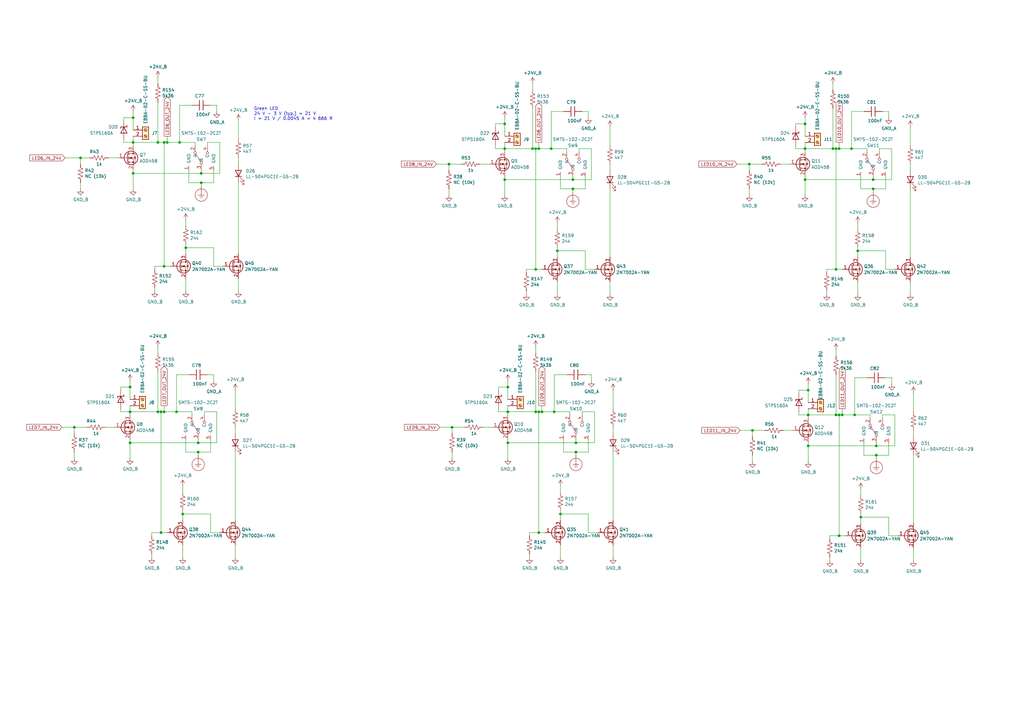
<source format=kicad_sch>
(kicad_sch (version 20230121) (generator eeschema)
  (paper "A3")
  (title_block (title "Outputs - switches 7-12") (date "2023-07-15") (rev "v2.0") (company "Roman Labovsky(roman-labovsky.cz)"))
  (junction (at 207.01 60.96))
  (junction (at 81.28 181.61))
  (junction (at 64.77 168.91))
  (junction (at 236.22 185.42))
  (junction (at 344.17 60.96))
  (junction (at 331.47 170.18))
  (junction (at 208.28 168.91))
  (junction (at 342.9 170.18))
  (junction (at 184.15 67.31))
  (junction (at 342.9 110.49))
  (junction (at 207.01 50.8))
  (junction (at 307.34 67.31))
  (junction (at 330.2 60.96))
  (junction (at 73.66 58.42))
  (junction (at 308.61 176.53))
  (junction (at 54.61 58.42))
  (junction (at 67.31 168.91))
  (junction (at 228.6 102.87))
  (junction (at 359.41 182.88))
  (junction (at 185.42 175.26))
  (junction (at 74.93 210.82))
  (junction (at 236.22 181.61))
  (junction (at 76.2 101.6))
  (junction (at 222.25 168.91))
  (junction (at 358.14 77.47))
  (junction (at 54.61 48.26))
  (junction (at 331.47 182.88))
  (junction (at 351.79 102.87))
  (junction (at 64.77 58.42))
  (junction (at 350.52 170.18))
  (junction (at 219.71 60.96))
  (junction (at 226.06 60.96))
  (junction (at 82.55 71.12))
  (junction (at 341.63 60.96))
  (junction (at 81.28 185.42))
  (junction (at 219.71 168.91))
  (junction (at 218.44 60.96))
  (junction (at 68.58 58.42))
  (junction (at 66.04 218.44))
  (junction (at 330.2 73.66))
  (junction (at 207.01 73.66))
  (junction (at 66.04 168.91))
  (junction (at 220.98 168.91))
  (junction (at 72.39 168.91))
  (junction (at 53.34 181.61))
  (junction (at 30.48 175.26))
  (junction (at 208.28 181.61))
  (junction (at 82.55 74.93))
  (junction (at 220.98 60.96))
  (junction (at 53.34 158.75))
  (junction (at 67.31 109.22))
  (junction (at 33.02 64.77))
  (junction (at 53.34 168.91))
  (junction (at 344.17 219.71))
  (junction (at 219.71 110.49))
  (junction (at 234.95 73.66))
  (junction (at 342.9 60.96))
  (junction (at 208.28 158.75))
  (junction (at 358.14 73.66))
  (junction (at 234.95 77.47))
  (junction (at 227.33 168.91))
  (junction (at 330.2 50.8))
  (junction (at 345.44 170.18))
  (junction (at 220.98 218.44))
  (junction (at 229.87 210.82))
  (junction (at 54.61 71.12))
  (junction (at 359.41 186.69))
  (junction (at 349.25 60.96))
  (junction (at 331.47 160.02))
  (junction (at 344.17 170.18))
  (junction (at 353.06 212.09))
  (junction (at 67.31 58.42))
  (wire (pts (xy 87.63 153.67) (xy 87.63 156.21)))
  (wire (pts (xy 226.06 60.96) (xy 232.41 60.96)))
  (wire (pts (xy 373.38 69.85) (xy 373.38 67.31)))
  (wire (pts (xy 30.48 187.96) (xy 30.48 185.42)))
  (wire (pts (xy 229.87 210.82) (xy 241.3 210.82)))
  (wire (pts (xy 207.01 60.96) (xy 207.01 62.23)))
  (wire (pts (xy 208.28 168.91) (xy 208.28 170.18)))
  (wire (pts (xy 251.46 228.6) (xy 251.46 223.52)))
  (wire (pts (xy 342.9 153.67) (xy 342.9 170.18)))
  (wire (pts (xy 74.93 210.82) (xy 86.36 210.82)))
  (wire (pts (xy 185.42 175.26) (xy 190.5 175.26)))
  (wire (pts (xy 363.22 110.49) (xy 367.03 110.49)))
  (wire (pts (xy 69.85 109.22) (xy 67.31 109.22)))
  (wire (pts (xy 364.49 45.72) (xy 364.49 48.26)))
  (wire (pts (xy 50.8 49.53) (xy 50.8 48.26)))
  (wire (pts (xy 227.33 153.67) (xy 232.41 153.67)))
  (wire (pts (xy 374.65 229.87) (xy 374.65 224.79)))
  (wire (pts (xy 82.55 71.12) (xy 90.17 71.12)))
  (wire (pts (xy 345.44 167.64) (xy 345.44 170.18)))
  (wire (pts (xy 77.47 74.93) (xy 82.55 74.93)))
  (wire (pts (xy 72.39 168.91) (xy 78.74 168.91)))
  (wire (pts (xy 97.79 57.15) (xy 97.79 49.53)))
  (wire (pts (xy 353.06 214.63) (xy 353.06 212.09)))
  (wire (pts (xy 63.5 109.22) (xy 63.5 110.49)))
  (wire (pts (xy 208.28 181.61) (xy 208.28 187.96)))
  (wire (pts (xy 208.28 180.34) (xy 208.28 181.61)))
  (wire (pts (xy 240.03 110.49) (xy 243.84 110.49)))
  (wire (pts (xy 330.2 60.96) (xy 341.63 60.96)))
  (wire (pts (xy 26.67 64.77) (xy 33.02 64.77)))
  (wire (pts (xy 303.53 176.53) (xy 308.61 176.53)))
  (wire (pts (xy 54.61 45.72) (xy 54.61 48.26)))
  (wire (pts (xy 364.49 181.61) (xy 364.49 186.69)))
  (wire (pts (xy 302.26 67.31) (xy 307.34 67.31)))
  (wire (pts (xy 236.22 181.61) (xy 243.84 181.61)))
  (wire (pts (xy 367.03 170.18) (xy 361.95 170.18)))
  (wire (pts (xy 359.41 181.61) (xy 359.41 182.88)))
  (wire (pts (xy 203.2 50.8) (xy 207.01 50.8)))
  (wire (pts (xy 350.52 154.94) (xy 355.6 154.94)))
  (wire (pts (xy 66.04 218.44) (xy 68.58 218.44)))
  (wire (pts (xy 360.68 60.96) (xy 360.68 62.23)))
  (wire (pts (xy 196.85 67.31) (xy 200.66 67.31)))
  (wire (pts (xy 363.22 154.94) (xy 365.76 154.94)))
  (wire (pts (xy 238.76 168.91) (xy 238.76 170.18)))
  (wire (pts (xy 207.01 72.39) (xy 207.01 73.66)))
  (wire (pts (xy 184.15 80.01) (xy 184.15 77.47)))
  (wire (pts (xy 307.34 80.01) (xy 307.34 77.47)))
  (wire (pts (xy 307.34 67.31) (xy 312.42 67.31)))
  (wire (pts (xy 64.77 152.4) (xy 64.77 168.91)))
  (wire (pts (xy 72.39 153.67) (xy 77.47 153.67)))
  (wire (pts (xy 237.49 60.96) (xy 237.49 62.23)))
  (wire (pts (xy 219.71 60.96) (xy 220.98 60.96)))
  (wire (pts (xy 67.31 58.42) (xy 67.31 109.22)))
  (wire (pts (xy 331.47 157.48) (xy 331.47 160.02)))
  (wire (pts (xy 240.03 102.87) (xy 240.03 110.49)))
  (wire (pts (xy 218.44 44.45) (xy 218.44 60.96)))
  (wire (pts (xy 215.9 110.49) (xy 215.9 111.76)))
  (wire (pts (xy 330.2 48.26) (xy 330.2 50.8)))
  (wire (pts (xy 219.71 142.24) (xy 219.71 144.78)))
  (wire (pts (xy 350.52 170.18) (xy 350.52 154.94)))
  (wire (pts (xy 365.76 154.94) (xy 365.76 157.48)))
  (wire (pts (xy 77.47 69.85) (xy 77.47 74.93)))
  (wire (pts (xy 330.2 50.8) (xy 330.2 55.88)))
  (wire (pts (xy 345.44 170.18) (xy 350.52 170.18)))
  (wire (pts (xy 215.9 120.65) (xy 215.9 119.38)))
  (wire (pts (xy 241.3 210.82) (xy 241.3 218.44)))
  (wire (pts (xy 220.98 218.44) (xy 223.52 218.44)))
  (wire (pts (xy 54.61 71.12) (xy 82.55 71.12)))
  (wire (pts (xy 207.01 48.26) (xy 207.01 50.8)))
  (wire (pts (xy 340.36 229.87) (xy 340.36 228.6)))
  (wire (pts (xy 330.2 72.39) (xy 330.2 73.66)))
  (wire (pts (xy 226.06 60.96) (xy 226.06 45.72)))
  (wire (pts (xy 250.19 69.85) (xy 250.19 67.31)))
  (wire (pts (xy 49.53 160.02) (xy 49.53 158.75)))
  (wire (pts (xy 76.2 185.42) (xy 81.28 185.42)))
  (wire (pts (xy 208.28 181.61) (xy 236.22 181.61)))
  (wire (pts (xy 236.22 180.34) (xy 236.22 181.61)))
  (wire (pts (xy 66.04 168.91) (xy 67.31 168.91)))
  (wire (pts (xy 64.77 142.24) (xy 64.77 144.78)))
  (wire (pts (xy 250.19 59.69) (xy 250.19 52.07)))
  (wire (pts (xy 179.07 67.31) (xy 184.15 67.31)))
  (wire (pts (xy 63.5 119.38) (xy 63.5 118.11)))
  (wire (pts (xy 219.71 168.91) (xy 220.98 168.91)))
  (wire (pts (xy 88.9 168.91) (xy 88.9 181.61)))
  (wire (pts (xy 97.79 74.93) (xy 97.79 104.14)))
  (wire (pts (xy 374.65 186.69) (xy 374.65 214.63)))
  (wire (pts (xy 251.46 177.8) (xy 251.46 175.26)))
  (wire (pts (xy 341.63 60.96) (xy 342.9 60.96)))
  (wire (pts (xy 82.55 69.85) (xy 82.55 71.12)))
  (wire (pts (xy 218.44 34.29) (xy 218.44 36.83)))
  (wire (pts (xy 208.28 168.91) (xy 219.71 168.91)))
  (wire (pts (xy 76.2 104.14) (xy 76.2 101.6)))
  (wire (pts (xy 97.79 67.31) (xy 97.79 64.77)))
  (wire (pts (xy 219.71 110.49) (xy 222.25 110.49)))
  (wire (pts (xy 351.79 105.41) (xy 351.79 102.87)))
  (wire (pts (xy 358.14 77.47) (xy 363.22 77.47)))
  (wire (pts (xy 73.66 43.18) (xy 78.74 43.18)))
  (wire (pts (xy 62.23 228.6) (xy 62.23 227.33)))
  (wire (pts (xy 326.39 50.8) (xy 330.2 50.8)))
  (wire (pts (xy 83.82 168.91) (xy 83.82 170.18)))
  (wire (pts (xy 364.49 219.71) (xy 368.3 219.71)))
  (wire (pts (xy 232.41 62.23) (xy 232.41 60.96)))
  (wire (pts (xy 207.01 50.8) (xy 207.01 55.88)))
  (wire (pts (xy 219.71 152.4) (xy 219.71 168.91)))
  (wire (pts (xy 342.9 110.49) (xy 345.44 110.49)))
  (wire (pts (xy 96.52 177.8) (xy 96.52 175.26)))
  (wire (pts (xy 53.34 158.75) (xy 53.34 163.83)))
  (wire (pts (xy 363.22 77.47) (xy 363.22 72.39)))
  (wire (pts (xy 326.39 52.07) (xy 326.39 50.8)))
  (wire (pts (xy 229.87 77.47) (xy 234.95 77.47)))
  (wire (pts (xy 361.95 45.72) (xy 364.49 45.72)))
  (wire (pts (xy 222.25 168.91) (xy 227.33 168.91)))
  (wire (pts (xy 330.2 73.66) (xy 330.2 80.01)))
  (wire (pts (xy 44.45 64.77) (xy 48.26 64.77)))
  (wire (pts (xy 331.47 182.88) (xy 359.41 182.88)))
  (wire (pts (xy 330.2 60.96) (xy 330.2 62.23)))
  (wire (pts (xy 320.04 67.31) (xy 323.85 67.31)))
  (wire (pts (xy 231.14 185.42) (xy 236.22 185.42)))
  (wire (pts (xy 53.34 156.21) (xy 53.34 158.75)))
  (wire (pts (xy 229.87 213.36) (xy 229.87 210.82)))
  (wire (pts (xy 363.22 102.87) (xy 363.22 110.49)))
  (wire (pts (xy 364.49 212.09) (xy 364.49 219.71)))
  (wire (pts (xy 222.25 166.37) (xy 222.25 168.91)))
  (wire (pts (xy 33.02 64.77) (xy 36.83 64.77)))
  (wire (pts (xy 327.66 161.29) (xy 327.66 160.02)))
  (wire (pts (xy 240.03 153.67) (xy 242.57 153.67)))
  (wire (pts (xy 87.63 69.85) (xy 87.63 74.93)))
  (wire (pts (xy 96.52 228.6) (xy 96.52 223.52)))
  (wire (pts (xy 53.34 166.37) (xy 53.34 168.91)))
  (wire (pts (xy 53.34 168.91) (xy 49.53 168.91)))
  (wire (pts (xy 30.48 175.26) (xy 30.48 177.8)))
  (wire (pts (xy 53.34 180.34) (xy 53.34 181.61)))
  (wire (pts (xy 76.2 101.6) (xy 87.63 101.6)))
  (wire (pts (xy 208.28 168.91) (xy 204.47 168.91)))
  (wire (pts (xy 361.95 170.18) (xy 361.95 171.45)))
  (wire (pts (xy 358.14 73.66) (xy 365.76 73.66)))
  (wire (pts (xy 82.55 74.93) (xy 87.63 74.93)))
  (wire (pts (xy 33.02 77.47) (xy 33.02 74.93)))
  (wire (pts (xy 54.61 69.85) (xy 54.61 71.12)))
  (wire (pts (xy 228.6 93.98) (xy 228.6 91.44)))
  (wire (pts (xy 341.63 44.45) (xy 341.63 60.96)))
  (wire (pts (xy 353.06 203.2) (xy 353.06 200.66)))
  (wire (pts (xy 234.95 78.74) (xy 234.95 77.47)))
  (wire (pts (xy 64.77 41.91) (xy 64.77 58.42)))
  (wire (pts (xy 374.65 168.91) (xy 374.65 161.29)))
  (wire (pts (xy 208.28 166.37) (xy 208.28 168.91)))
  (wire (pts (xy 220.98 168.91) (xy 222.25 168.91)))
  (wire (pts (xy 49.53 168.91) (xy 49.53 167.64)))
  (wire (pts (xy 231.14 180.34) (xy 231.14 185.42)))
  (wire (pts (xy 365.76 60.96) (xy 365.76 73.66)))
  (wire (pts (xy 353.06 72.39) (xy 353.06 77.47)))
  (wire (pts (xy 76.2 119.38) (xy 76.2 114.3)))
  (wire (pts (xy 217.17 218.44) (xy 220.98 218.44)))
  (wire (pts (xy 234.95 73.66) (xy 207.01 73.66)))
  (wire (pts (xy 220.98 168.91) (xy 220.98 218.44)))
  (wire (pts (xy 342.9 60.96) (xy 344.17 60.96)))
  (wire (pts (xy 243.84 168.91) (xy 243.84 181.61)))
  (wire (pts (xy 207.01 60.96) (xy 203.2 60.96)))
  (wire (pts (xy 331.47 182.88) (xy 331.47 189.23)))
  (wire (pts (xy 242.57 60.96) (xy 237.49 60.96)))
  (wire (pts (xy 226.06 45.72) (xy 231.14 45.72)))
  (wire (pts (xy 64.77 168.91) (xy 66.04 168.91)))
  (wire (pts (xy 53.34 181.61) (xy 53.34 187.96)))
  (wire (pts (xy 341.63 34.29) (xy 341.63 36.83)))
  (wire (pts (xy 241.3 218.44) (xy 245.11 218.44)))
  (wire (pts (xy 54.61 48.26) (xy 54.61 53.34)))
  (wire (pts (xy 241.3 185.42) (xy 241.3 180.34)))
  (wire (pts (xy 229.87 201.93) (xy 229.87 199.39)))
  (wire (pts (xy 185.42 175.26) (xy 185.42 177.8)))
  (wire (pts (xy 203.2 60.96) (xy 203.2 59.69)))
  (wire (pts (xy 367.03 170.18) (xy 367.03 182.88)))
  (wire (pts (xy 373.38 120.65) (xy 373.38 115.57)))
  (wire (pts (xy 331.47 170.18) (xy 327.66 170.18)))
  (wire (pts (xy 250.19 120.65) (xy 250.19 115.57)))
  (wire (pts (xy 62.23 218.44) (xy 66.04 218.44)))
  (wire (pts (xy 90.17 58.42) (xy 85.09 58.42)))
  (wire (pts (xy 229.87 72.39) (xy 229.87 77.47)))
  (wire (pts (xy 243.84 168.91) (xy 238.76 168.91)))
  (wire (pts (xy 54.61 71.12) (xy 54.61 77.47)))
  (wire (pts (xy 229.87 210.82) (xy 229.87 209.55)))
  (wire (pts (xy 72.39 168.91) (xy 72.39 153.67)))
  (wire (pts (xy 344.17 219.71) (xy 346.71 219.71)))
  (wire (pts (xy 54.61 58.42) (xy 50.8 58.42)))
  (wire (pts (xy 97.79 119.38) (xy 97.79 114.3)))
  (wire (pts (xy 198.12 175.26) (xy 201.93 175.26)))
  (wire (pts (xy 74.93 213.36) (xy 74.93 210.82)))
  (wire (pts (xy 353.06 212.09) (xy 364.49 212.09)))
  (wire (pts (xy 62.23 218.44) (xy 62.23 219.71)))
  (wire (pts (xy 340.36 219.71) (xy 344.17 219.71)))
  (wire (pts (xy 349.25 45.72) (xy 354.33 45.72)))
  (wire (pts (xy 54.61 58.42) (xy 64.77 58.42)))
  (wire (pts (xy 308.61 189.23) (xy 308.61 186.69)))
  (wire (pts (xy 351.79 102.87) (xy 351.79 101.6)))
  (wire (pts (xy 184.15 67.31) (xy 189.23 67.31)))
  (wire (pts (xy 339.09 110.49) (xy 342.9 110.49)))
  (wire (pts (xy 87.63 109.22) (xy 91.44 109.22)))
  (wire (pts (xy 234.95 77.47) (xy 240.03 77.47)))
  (wire (pts (xy 215.9 110.49) (xy 219.71 110.49)))
  (wire (pts (xy 82.55 76.2) (xy 82.55 74.93)))
  (wire (pts (xy 234.95 73.66) (xy 242.57 73.66)))
  (wire (pts (xy 330.2 60.96) (xy 326.39 60.96)))
  (wire (pts (xy 331.47 170.18) (xy 342.9 170.18)))
  (wire (pts (xy 54.61 55.88) (xy 54.61 58.42)))
  (wire (pts (xy 53.34 168.91) (xy 64.77 168.91)))
  (wire (pts (xy 373.38 105.41) (xy 373.38 77.47)))
  (wire (pts (xy 86.36 218.44) (xy 90.17 218.44)))
  (wire (pts (xy 365.76 60.96) (xy 360.68 60.96)))
  (wire (pts (xy 218.44 60.96) (xy 219.71 60.96)))
  (wire (pts (xy 331.47 160.02) (xy 331.47 165.1)))
  (wire (pts (xy 251.46 213.36) (xy 251.46 185.42)))
  (wire (pts (xy 349.25 60.96) (xy 349.25 45.72)))
  (wire (pts (xy 233.68 170.18) (xy 233.68 168.91)))
  (wire (pts (xy 228.6 120.65) (xy 228.6 115.57)))
  (wire (pts (xy 344.17 60.96) (xy 349.25 60.96)))
  (wire (pts (xy 307.34 67.31) (xy 307.34 69.85)))
  (wire (pts (xy 358.14 78.74) (xy 358.14 77.47)))
  (wire (pts (xy 220.98 58.42) (xy 220.98 60.96)))
  (wire (pts (xy 208.28 156.21) (xy 208.28 158.75)))
  (wire (pts (xy 25.4 175.26) (xy 30.48 175.26)))
  (wire (pts (xy 321.31 176.53) (xy 325.12 176.53)))
  (wire (pts (xy 33.02 64.77) (xy 33.02 67.31)))
  (wire (pts (xy 219.71 60.96) (xy 219.71 110.49)))
  (wire (pts (xy 374.65 179.07) (xy 374.65 176.53)))
  (wire (pts (xy 67.31 168.91) (xy 72.39 168.91)))
  (wire (pts (xy 238.76 45.72) (xy 241.3 45.72)))
  (wire (pts (xy 359.41 186.69) (xy 364.49 186.69)))
  (wire (pts (xy 73.66 58.42) (xy 80.01 58.42)))
  (wire (pts (xy 234.95 72.39) (xy 234.95 73.66)))
  (wire (pts (xy 207.01 73.66) (xy 207.01 80.01)))
  (wire (pts (xy 344.17 170.18) (xy 345.44 170.18)))
  (wire (pts (xy 204.47 168.91) (xy 204.47 167.64)))
  (wire (pts (xy 64.77 31.75) (xy 64.77 34.29)))
  (wire (pts (xy 53.34 168.91) (xy 53.34 170.18)))
  (wire (pts (xy 353.06 77.47) (xy 358.14 77.47)))
  (wire (pts (xy 207.01 60.96) (xy 218.44 60.96)))
  (wire (pts (xy 76.2 180.34) (xy 76.2 185.42)))
  (wire (pts (xy 242.57 153.67) (xy 242.57 156.21)))
  (wire (pts (xy 242.57 60.96) (xy 242.57 73.66)))
  (wire (pts (xy 351.79 120.65) (xy 351.79 115.57)))
  (wire (pts (xy 90.17 58.42) (xy 90.17 71.12)))
  (wire (pts (xy 350.52 170.18) (xy 356.87 170.18)))
  (wire (pts (xy 81.28 181.61) (xy 88.9 181.61)))
  (wire (pts (xy 180.34 175.26) (xy 185.42 175.26)))
  (wire (pts (xy 240.03 77.47) (xy 240.03 72.39)))
  (wire (pts (xy 220.98 60.96) (xy 226.06 60.96)))
  (wire (pts (xy 228.6 102.87) (xy 228.6 101.6)))
  (wire (pts (xy 96.52 213.36) (xy 96.52 185.42)))
  (wire (pts (xy 250.19 105.41) (xy 250.19 77.47)))
  (wire (pts (xy 76.2 92.71) (xy 76.2 90.17)))
  (wire (pts (xy 78.74 170.18) (xy 78.74 168.91)))
  (wire (pts (xy 331.47 181.61) (xy 331.47 182.88)))
  (wire (pts (xy 203.2 52.07) (xy 203.2 50.8)))
  (wire (pts (xy 353.06 212.09) (xy 353.06 210.82)))
  (wire (pts (xy 339.09 120.65) (xy 339.09 119.38)))
  (wire (pts (xy 85.09 153.67) (xy 87.63 153.67)))
  (wire (pts (xy 217.17 228.6) (xy 217.17 227.33)))
  (wire (pts (xy 74.93 201.93) (xy 74.93 199.39)))
  (wire (pts (xy 342.9 60.96) (xy 342.9 110.49)))
  (wire (pts (xy 236.22 185.42) (xy 241.3 185.42)))
  (wire (pts (xy 74.93 210.82) (xy 74.93 209.55)))
  (wire (pts (xy 49.53 158.75) (xy 53.34 158.75)))
  (wire (pts (xy 331.47 170.18) (xy 331.47 171.45)))
  (wire (pts (xy 331.47 167.64) (xy 331.47 170.18)))
  (wire (pts (xy 43.18 175.26) (xy 46.99 175.26)))
  (wire (pts (xy 355.6 62.23) (xy 355.6 60.96)))
  (wire (pts (xy 86.36 185.42) (xy 86.36 180.34)))
  (wire (pts (xy 68.58 58.42) (xy 73.66 58.42)))
  (wire (pts (xy 81.28 180.34) (xy 81.28 181.61)))
  (wire (pts (xy 80.01 59.69) (xy 80.01 58.42)))
  (wire (pts (xy 356.87 171.45) (xy 356.87 170.18)))
  (wire (pts (xy 229.87 228.6) (xy 229.87 223.52)))
  (wire (pts (xy 76.2 101.6) (xy 76.2 100.33)))
  (wire (pts (xy 373.38 59.69) (xy 373.38 52.07)))
  (wire (pts (xy 73.66 58.42) (xy 73.66 43.18)))
  (wire (pts (xy 184.15 67.31) (xy 184.15 69.85)))
  (wire (pts (xy 88.9 168.91) (xy 83.82 168.91)))
  (wire (pts (xy 86.36 210.82) (xy 86.36 218.44)))
  (wire (pts (xy 354.33 186.69) (xy 359.41 186.69)))
  (wire (pts (xy 54.61 58.42) (xy 54.61 59.69)))
  (wire (pts (xy 207.01 58.42) (xy 207.01 60.96)))
  (wire (pts (xy 68.58 55.88) (xy 68.58 58.42)))
  (wire (pts (xy 308.61 176.53) (xy 308.61 179.07)))
  (wire (pts (xy 67.31 58.42) (xy 68.58 58.42)))
  (wire (pts (xy 96.52 167.64) (xy 96.52 160.02)))
  (wire (pts (xy 354.33 181.61) (xy 354.33 186.69)))
  (wire (pts (xy 342.9 143.51) (xy 342.9 146.05)))
  (wire (pts (xy 81.28 186.69) (xy 81.28 185.42)))
  (wire (pts (xy 339.09 110.49) (xy 339.09 111.76)))
  (wire (pts (xy 241.3 45.72) (xy 241.3 48.26)))
  (wire (pts (xy 185.42 187.96) (xy 185.42 185.42)))
  (wire (pts (xy 86.36 43.18) (xy 88.9 43.18)))
  (wire (pts (xy 30.48 175.26) (xy 35.56 175.26)))
  (wire (pts (xy 64.77 58.42) (xy 67.31 58.42)))
  (wire (pts (xy 67.31 109.22) (xy 63.5 109.22)))
  (wire (pts (xy 81.28 185.42) (xy 86.36 185.42)))
  (wire (pts (xy 359.41 182.88) (xy 367.03 182.88)))
  (wire (pts (xy 327.66 170.18) (xy 327.66 168.91)))
  (wire (pts (xy 344.17 58.42) (xy 344.17 60.96)))
  (wire (pts (xy 251.46 167.64) (xy 251.46 160.02)))
  (wire (pts (xy 344.17 170.18) (xy 344.17 219.71)))
  (wire (pts (xy 204.47 158.75) (xy 208.28 158.75)))
  (wire (pts (xy 351.79 93.98) (xy 351.79 91.44)))
  (wire (pts (xy 85.09 58.42) (xy 85.09 59.69)))
  (wire (pts (xy 53.34 181.61) (xy 81.28 181.61)))
  (wire (pts (xy 330.2 58.42) (xy 330.2 60.96)))
  (wire (pts (xy 342.9 170.18) (xy 344.17 170.18)))
  (wire (pts (xy 327.66 160.02) (xy 331.47 160.02)))
  (wire (pts (xy 74.93 228.6) (xy 74.93 223.52)))
  (wire (pts (xy 228.6 102.87) (xy 240.03 102.87)))
  (wire (pts (xy 236.22 186.69) (xy 236.22 185.42)))
  (wire (pts (xy 208.28 158.75) (xy 208.28 163.83)))
  (wire (pts (xy 217.17 218.44) (xy 217.17 219.71)))
  (wire (pts (xy 351.79 102.87) (xy 363.22 102.87)))
  (wire (pts (xy 326.39 60.96) (xy 326.39 59.69)))
  (wire (pts (xy 204.47 160.02) (xy 204.47 158.75)))
  (wire (pts (xy 228.6 105.41) (xy 228.6 102.87)))
  (wire (pts (xy 50.8 58.42) (xy 50.8 57.15)))
  (wire (pts (xy 67.31 166.37) (xy 67.31 168.91)))
  (wire (pts (xy 227.33 168.91) (xy 227.33 153.67)))
  (wire (pts (xy 359.41 187.96) (xy 359.41 186.69)))
  (wire (pts (xy 88.9 43.18) (xy 88.9 45.72)))
  (wire (pts (xy 87.63 101.6) (xy 87.63 109.22)))
  (wire (pts (xy 353.06 229.87) (xy 353.06 224.79)))
  (wire (pts (xy 308.61 176.53) (xy 313.69 176.53)))
  (wire (pts (xy 66.04 168.91) (xy 66.04 218.44)))
  (wire (pts (xy 227.33 168.91) (xy 233.68 168.91)))
  (wire (pts (xy 349.25 60.96) (xy 355.6 60.96)))
  (wire (pts (xy 50.8 48.26) (xy 54.61 48.26)))
  (wire (pts (xy 358.14 72.39) (xy 358.14 73.66)))
  (wire (pts (xy 340.36 219.71) (xy 340.36 220.98)))
  (wire (pts (xy 330.2 73.66) (xy 358.14 73.66)))
  (text "Green LED\n24 V - 3 V (typ.) = 21 V\nI = 21 V / 0.0045 A = 4 666 R" (at 104.14 49.53 0) (effects (font (size 1.27 1.27)) (justify left bottom)))
  (global_label "LED9_IN_24V" (shape input) (at 180.34 175.26 180) (property "Intersheetrefs" "${INTERSHEET_REFS}" (effects hide)))
  (global_label "LED8_IN_24V" (shape input) (at 179.07 67.31 180) (property "Intersheetrefs" "${INTERSHEET_REFS}" (effects hide)))
  (global_label "LED10_IN_24V" (shape input) (at 302.26 67.31 180) (property "Intersheetrefs" "${INTERSHEET_REFS}" (effects hide)))
  (global_label "LED6_IN_24V" (shape input) (at 26.67 64.77 180) (property "Intersheetrefs" "${INTERSHEET_REFS}" (effects hide)))
  (global_label "LED9_OUT_24V" (shape output) (at 222.25 166.37 90) (property "Intersheetrefs" "${INTERSHEET_REFS}" (effects hide)))
  (global_label "LED11_IN_24V" (shape input) (at 303.53 176.53 180) (property "Intersheetrefs" "${INTERSHEET_REFS}" (effects hide)))
  (global_label "LED8_OUT_24V" (shape output) (at 220.98 58.42 90) (property "Intersheetrefs" "${INTERSHEET_REFS}" (effects hide)))
  (global_label "LED7_IN_24V" (shape input) (at 25.4 175.26 180) (property "Intersheetrefs" "${INTERSHEET_REFS}" (effects hide)))
  (global_label "LED11_OUT_24V" (shape output) (at 345.44 167.64 90) (property "Intersheetrefs" "${INTERSHEET_REFS}" (effects hide)))
  (global_label "LED6_OUT_24V" (shape output) (at 68.58 55.88 90) (property "Intersheetrefs" "${INTERSHEET_REFS}" (effects hide)))
  (global_label "LED10_OUT_24V" (shape output) (at 344.17 58.42 90) (property "Intersheetrefs" "${INTERSHEET_REFS}" (effects hide)))
  (global_label "LED7_OUT_24V" (shape output) (at 67.31 166.37 90) (property "Intersheetrefs" "${INTERSHEET_REFS}" (effects hide)))
  (symbol (lib_id "connector_rl:1x2_screw_term_block") (at 59.69 54.61 0) (unit 1)
    (property "Reference" "J7" (at 62.23 54.61 0) (effects (justify left)))
    (property "Value" "EBBA-02-C-SS-BU" (at 59.69 50.8 90) (effects (justify left)))
    (property "Footprint" "terminal_block_tht_rl:EBBA-02-C-SS-BU" (effects hide))
    (instances (project "zone-controller" (path "" (reference "J7") (unit 1)) (path "" (reference "J?") (unit 1))))
  )
  (symbol (lib_id "passive_component_rl:resistor_us") (at 33.02 71.12 270) (unit 1)
    (property "Reference" "R42" (at 34.7472 69.9516 90) (effects (justify left)))
    (property "Value" "NC (10k)" (at 34.7472 72.263 90) (effects (justify left)))
    (property "Footprint" "resistor_smd_rl:r_1206" (effects hide))
    (instances (project "zone-controller" (path "" (reference "R42") (unit 1)) (path "" (reference "R?") (unit 1))))
  )
  (symbol (lib_id "passive_component_rl:resistor_us") (at 97.79 60.96 270) (unit 1)
    (property "Reference" "R57" (at 99.5172 59.7916 90) (effects (justify left)))
    (property "Value" "4k7" (at 99.5172 62.103 90) (effects (justify left)))
    (property "Footprint" "resistor_smd_rl:r_1206" (effects hide))
    (instances (project "zone-controller" (path "" (reference "R57") (unit 1)) (path "" (reference "R?") (unit 1))))
  )
  (symbol (lib_id "diode_rl:LED") (at 97.79 71.12 90) (unit 1)
    (property "Reference" "D26" (at 100.7872 70.1294 90) (effects (justify right)))
    (property "Value" "LL-504PGC1E-G5-2B" (at 100.7872 72.4408 90) (effects (justify right)))
    (property "Footprint" "led_tht_rl:led_d5mm_2.54mm" (effects hide))
    (instances (project "zone-controller" (path "" (reference "D26") (unit 1)) (path "" (reference "D?") (unit 1))))
  )
  (symbol (lib_id "power_rl:GND_B") (at 33.02 77.47 0) (unit 1)
    (property "Reference" "#PWR0199" (effects hide))
    (property "Value" "GND_B" (at 33.147 81.8642 0))
    (instances (project "zone-controller" (path "" (reference "#PWR0199") (unit 1)) (path "" (reference "#PWR?") (unit 1))))
  )
  (symbol (lib_id "power_rl:Earth_Protective") (at 82.55 76.2 0) (unit 1)
    (property "Reference" "#PWR0200" (effects hide))
    (property "Value" "Earth_Protective" (effects hide))
    (instances (project "zone-controller" (path "" (reference "#PWR0200") (unit 1)) (path "" (reference "#PWR?") (unit 1))))
  )
  (symbol (lib_id "power_rl:+24V_B") (at 54.61 45.72 0) (unit 1)
    (property "Reference" "#PWR0201" (effects hide))
    (property "Value" "+24V_B" (at 54.61 41.3258 0))
    (instances (project "zone-controller" (path "" (reference "#PWR0201") (unit 1)) (path "" (reference "#PWR?") (unit 1))))
  )
  (symbol (lib_id "power_rl:GND_B") (at 54.61 77.47 0) (unit 1)
    (property "Reference" "#PWR0202" (effects hide))
    (property "Value" "GND_B" (at 54.737 81.8642 0))
    (instances (project "zone-controller" (path "" (reference "#PWR0202") (unit 1)) (path "" (reference "#PWR?") (unit 1))))
  )
  (symbol (lib_id "power_rl:+24V_B") (at 97.79 49.53 0) (unit 1)
    (property "Reference" "#PWR0203" (effects hide))
    (property "Value" "+24V_B" (at 97.79 45.1358 0))
    (instances (project "zone-controller" (path "" (reference "#PWR0203") (unit 1)) (path "" (reference "#PWR?") (unit 1))))
  )
  (symbol (lib_id "switch_rl:SMTS-102-2C2T") (at 82.55 63.5 90) (unit 1)
    (property "Reference" "SW7" (at 82.55 57.15 90))
    (property "Value" "SMTS-102-2C2T" (at 82.55 54.61 90))
    (property "Footprint" "switch_tht_rl:SMTS-102-2C2T" (effects hide))
    (property "Datasheet" "https://www.gme.cz/data/attachments/dsh.631-528.1.pdf" (effects hide))
    (instances (project "zone-controller" (path "" (reference "SW7") (unit 1)) (path "" (reference "SW?") (unit 1))))
  )
  (symbol (lib_id "unipolar_transistor_rl:n_mosfet_gsd") (at 54.61 64.77 0) (unit 1)
    (property "Reference" "Q7" (at 57.15 63.5 0) (effects (justify left)))
    (property "Value" "AOD458" (at 57.15 66.04 0) (effects (justify left)))
    (property "Footprint" "package_to_rl:to_252_2" (effects hide))
    (instances (project "zone-controller" (path "" (reference "Q7") (unit 1)) (path "" (reference "Q?") (unit 1))))
  )
  (symbol (lib_id "connector_rl:1x2_screw_term_block") (at 58.42 165.1 0) (unit 1)
    (property "Reference" "J8" (at 60.96 165.1 0) (effects (justify left)))
    (property "Value" "EBBA-02-C-SS-BU" (at 58.42 161.29 90) (effects (justify left)))
    (property "Footprint" "terminal_block_tht_rl:EBBA-02-C-SS-BU" (effects hide))
    (instances (project "zone-controller" (path "" (reference "J8") (unit 1)) (path "" (reference "J?") (unit 1))))
  )
  (symbol (lib_id "passive_component_rl:resistor_us") (at 30.48 181.61 270) (unit 1)
    (property "Reference" "R37" (at 32.2072 180.4416 90) (effects (justify left)))
    (property "Value" "NC (10k)" (at 32.2072 182.753 90) (effects (justify left)))
    (property "Footprint" "resistor_smd_rl:r_1206" (effects hide))
    (instances (project "zone-controller" (path "" (reference "R37") (unit 1)) (path "" (reference "R?") (unit 1))))
  )
  (symbol (lib_id "passive_component_rl:resistor_us") (at 96.52 171.45 270) (unit 1)
    (property "Reference" "R58" (at 98.2472 170.2816 90) (effects (justify left)))
    (property "Value" "4k7" (at 98.2472 172.593 90) (effects (justify left)))
    (property "Footprint" "resistor_smd_rl:r_1206" (effects hide))
    (instances (project "zone-controller" (path "" (reference "R58") (unit 1)) (path "" (reference "R?") (unit 1))))
  )
  (symbol (lib_id "diode_rl:LED") (at 96.52 181.61 90) (unit 1)
    (property "Reference" "D27" (at 99.5172 180.6194 90) (effects (justify right)))
    (property "Value" "LL-504PGC1E-G5-2B" (at 99.5172 182.9308 90) (effects (justify right)))
    (property "Footprint" "led_tht_rl:led_d5mm_2.54mm" (effects hide))
    (instances (project "zone-controller" (path "" (reference "D27") (unit 1)) (path "" (reference "D?") (unit 1))))
  )
  (symbol (lib_id "power_rl:GND_B") (at 30.48 187.96 0) (unit 1)
    (property "Reference" "#PWR0204" (effects hide))
    (property "Value" "GND_B" (at 30.607 192.3542 0))
    (instances (project "zone-controller" (path "" (reference "#PWR0204") (unit 1)) (path "" (reference "#PWR?") (unit 1))))
  )
  (symbol (lib_id "power_rl:Earth_Protective") (at 81.28 186.69 0) (unit 1)
    (property "Reference" "#PWR0205" (effects hide))
    (property "Value" "Earth_Protective" (effects hide))
    (instances (project "zone-controller" (path "" (reference "#PWR0205") (unit 1)) (path "" (reference "#PWR?") (unit 1))))
  )
  (symbol (lib_id "power_rl:+24V_B") (at 53.34 156.21 0) (unit 1)
    (property "Reference" "#PWR0206" (effects hide))
    (property "Value" "+24V_B" (at 53.34 151.8158 0))
    (instances (project "zone-controller" (path "" (reference "#PWR0206") (unit 1)) (path "" (reference "#PWR?") (unit 1))))
  )
  (symbol (lib_id "power_rl:GND_B") (at 53.34 187.96 0) (unit 1)
    (property "Reference" "#PWR0207" (effects hide))
    (property "Value" "GND_B" (at 53.467 192.3542 0))
    (instances (project "zone-controller" (path "" (reference "#PWR0207") (unit 1)) (path "" (reference "#PWR?") (unit 1))))
  )
  (symbol (lib_id "power_rl:+24V_B") (at 96.52 160.02 0) (unit 1)
    (property "Reference" "#PWR0208" (effects hide))
    (property "Value" "+24V_B" (at 96.52 155.6258 0))
    (instances (project "zone-controller" (path "" (reference "#PWR0208") (unit 1)) (path "" (reference "#PWR?") (unit 1))))
  )
  (symbol (lib_id "switch_rl:SMTS-102-2C2T") (at 81.28 173.99 90) (unit 1)
    (property "Reference" "SW8" (at 81.28 167.64 90))
    (property "Value" "SMTS-102-2C2T" (at 81.28 165.1 90))
    (property "Footprint" "switch_tht_rl:SMTS-102-2C2T" (effects hide))
    (property "Datasheet" "https://www.gme.cz/data/attachments/dsh.631-528.1.pdf" (effects hide))
    (instances (project "zone-controller" (path "" (reference "SW8") (unit 1)) (path "" (reference "SW?") (unit 1))))
  )
  (symbol (lib_id "unipolar_transistor_rl:n_mosfet_gsd") (at 53.34 175.26 0) (unit 1)
    (property "Reference" "Q8" (at 55.88 173.99 0) (effects (justify left)))
    (property "Value" "AOD458" (at 55.88 176.53 0) (effects (justify left)))
    (property "Footprint" "package_to_rl:to_252_2" (effects hide))
    (instances (project "zone-controller" (path "" (reference "Q8") (unit 1)) (path "" (reference "Q?") (unit 1))))
  )
  (symbol (lib_id "connector_rl:1x2_screw_term_block") (at 212.09 57.15 0) (unit 1)
    (property "Reference" "J9" (at 214.63 57.15 0) (effects (justify left)))
    (property "Value" "EBBA-02-C-SS-BU" (at 212.09 53.34 90) (effects (justify left)))
    (property "Footprint" "terminal_block_tht_rl:EBBA-02-C-SS-BU" (effects hide))
    (instances (project "zone-controller" (path "" (reference "J9") (unit 1)) (path "" (reference "J?") (unit 1))))
  )
  (symbol (lib_id "passive_component_rl:resistor_us") (at 184.15 73.66 270) (unit 1)
    (property "Reference" "R38" (at 185.8772 72.4916 90) (effects (justify left)))
    (property "Value" "NC (10k)" (at 185.8772 74.803 90) (effects (justify left)))
    (property "Footprint" "resistor_smd_rl:r_1206" (effects hide))
    (instances (project "zone-controller" (path "" (reference "R38") (unit 1)) (path "" (reference "R?") (unit 1))))
  )
  (symbol (lib_id "passive_component_rl:resistor_us") (at 250.19 63.5 270) (unit 1)
    (property "Reference" "R59" (at 251.9172 62.3316 90) (effects (justify left)))
    (property "Value" "4k7" (at 251.9172 64.643 90) (effects (justify left)))
    (property "Footprint" "resistor_smd_rl:r_1206" (effects hide))
    (instances (project "zone-controller" (path "" (reference "R59") (unit 1)) (path "" (reference "R?") (unit 1))))
  )
  (symbol (lib_id "diode_rl:LED") (at 250.19 73.66 90) (unit 1)
    (property "Reference" "D28" (at 253.1872 72.6694 90) (effects (justify right)))
    (property "Value" "LL-504PGC1E-G5-2B" (at 253.1872 74.9808 90) (effects (justify right)))
    (property "Footprint" "led_tht_rl:led_d5mm_2.54mm" (effects hide))
    (instances (project "zone-controller" (path "" (reference "D28") (unit 1)) (path "" (reference "D?") (unit 1))))
  )
  (symbol (lib_id "power_rl:GND_B") (at 184.15 80.01 0) (unit 1)
    (property "Reference" "#PWR0209" (effects hide))
    (property "Value" "GND_B" (at 184.277 84.4042 0))
    (instances (project "zone-controller" (path "" (reference "#PWR0209") (unit 1)) (path "" (reference "#PWR?") (unit 1))))
  )
  (symbol (lib_id "power_rl:Earth_Protective") (at 234.95 78.74 0) (unit 1)
    (property "Reference" "#PWR0210" (effects hide))
    (property "Value" "Earth_Protective" (effects hide))
    (instances (project "zone-controller" (path "" (reference "#PWR0210") (unit 1)) (path "" (reference "#PWR?") (unit 1))))
  )
  (symbol (lib_id "power_rl:+24V_B") (at 207.01 48.26 0) (unit 1)
    (property "Reference" "#PWR0211" (effects hide))
    (property "Value" "+24V_B" (at 207.01 43.8658 0))
    (instances (project "zone-controller" (path "" (reference "#PWR0211") (unit 1)) (path "" (reference "#PWR?") (unit 1))))
  )
  (symbol (lib_id "power_rl:GND_B") (at 207.01 80.01 0) (unit 1)
    (property "Reference" "#PWR0212" (effects hide))
    (property "Value" "GND_B" (at 207.137 84.4042 0))
    (instances (project "zone-controller" (path "" (reference "#PWR0212") (unit 1)) (path "" (reference "#PWR?") (unit 1))))
  )
  (symbol (lib_id "power_rl:+24V_B") (at 250.19 52.07 0) (unit 1)
    (property "Reference" "#PWR0213" (effects hide))
    (property "Value" "+24V_B" (at 250.19 47.6758 0))
    (instances (project "zone-controller" (path "" (reference "#PWR0213") (unit 1)) (path "" (reference "#PWR?") (unit 1))))
  )
  (symbol (lib_id "switch_rl:SMTS-102-2C2T") (at 234.95 66.04 90) (unit 1)
    (property "Reference" "SW9" (at 234.95 59.69 90))
    (property "Value" "SMTS-102-2C2T" (at 234.95 57.15 90))
    (property "Footprint" "switch_tht_rl:SMTS-102-2C2T" (effects hide))
    (property "Datasheet" "https://www.gme.cz/data/attachments/dsh.631-528.1.pdf" (effects hide))
    (instances (project "zone-controller" (path "" (reference "SW9") (unit 1)) (path "" (reference "SW?") (unit 1))))
  )
  (symbol (lib_id "unipolar_transistor_rl:n_mosfet_gsd") (at 207.01 67.31 0) (unit 1)
    (property "Reference" "Q9" (at 209.55 66.04 0) (effects (justify left)))
    (property "Value" "AOD458" (at 209.55 68.58 0) (effects (justify left)))
    (property "Footprint" "package_to_rl:to_252_2" (effects hide))
    (instances (project "zone-controller" (path "" (reference "Q9") (unit 1)) (path "" (reference "Q?") (unit 1))))
  )
  (symbol (lib_id "connector_rl:1x2_screw_term_block") (at 213.36 165.1 0) (unit 1)
    (property "Reference" "J10" (at 215.9 165.1 0) (effects (justify left)))
    (property "Value" "EBBA-02-C-SS-BU" (at 213.36 161.29 90) (effects (justify left)))
    (property "Footprint" "terminal_block_tht_rl:EBBA-02-C-SS-BU" (effects hide))
    (instances (project "zone-controller" (path "" (reference "J10") (unit 1)) (path "" (reference "J?") (unit 1))))
  )
  (symbol (lib_id "passive_component_rl:resistor_us") (at 185.42 181.61 270) (unit 1)
    (property "Reference" "R39" (at 187.1472 180.4416 90) (effects (justify left)))
    (property "Value" "NC (10k)" (at 187.1472 182.753 90) (effects (justify left)))
    (property "Footprint" "resistor_smd_rl:r_1206" (effects hide))
    (instances (project "zone-controller" (path "" (reference "R39") (unit 1)) (path "" (reference "R?") (unit 1))))
  )
  (symbol (lib_id "passive_component_rl:resistor_us") (at 251.46 171.45 270) (unit 1)
    (property "Reference" "R60" (at 253.1872 170.2816 90) (effects (justify left)))
    (property "Value" "4k7" (at 253.1872 172.593 90) (effects (justify left)))
    (property "Footprint" "resistor_smd_rl:r_1206" (effects hide))
    (instances (project "zone-controller" (path "" (reference "R60") (unit 1)) (path "" (reference "R?") (unit 1))))
  )
  (symbol (lib_id "diode_rl:LED") (at 251.46 181.61 90) (unit 1)
    (property "Reference" "D29" (at 254.4572 180.6194 90) (effects (justify right)))
    (property "Value" "LL-504PGC1E-G5-2B" (at 254.4572 182.9308 90) (effects (justify right)))
    (property "Footprint" "led_tht_rl:led_d5mm_2.54mm" (effects hide))
    (instances (project "zone-controller" (path "" (reference "D29") (unit 1)) (path "" (reference "D?") (unit 1))))
  )
  (symbol (lib_id "power_rl:GND_B") (at 185.42 187.96 0) (unit 1)
    (property "Reference" "#PWR0214" (effects hide))
    (property "Value" "GND_B" (at 185.547 192.3542 0))
    (instances (project "zone-controller" (path "" (reference "#PWR0214") (unit 1)) (path "" (reference "#PWR?") (unit 1))))
  )
  (symbol (lib_id "power_rl:Earth_Protective") (at 236.22 186.69 0) (unit 1)
    (property "Reference" "#PWR0215" (effects hide))
    (property "Value" "Earth_Protective" (effects hide))
    (instances (project "zone-controller" (path "" (reference "#PWR0215") (unit 1)) (path "" (reference "#PWR?") (unit 1))))
  )
  (symbol (lib_id "power_rl:+24V_B") (at 208.28 156.21 0) (unit 1)
    (property "Reference" "#PWR0216" (effects hide))
    (property "Value" "+24V_B" (at 208.28 151.8158 0))
    (instances (project "zone-controller" (path "" (reference "#PWR0216") (unit 1)) (path "" (reference "#PWR?") (unit 1))))
  )
  (symbol (lib_id "power_rl:GND_B") (at 208.28 187.96 0) (unit 1)
    (property "Reference" "#PWR0217" (effects hide))
    (property "Value" "GND_B" (at 208.407 192.3542 0))
    (instances (project "zone-controller" (path "" (reference "#PWR0217") (unit 1)) (path "" (reference "#PWR?") (unit 1))))
  )
  (symbol (lib_id "power_rl:+24V_B") (at 251.46 160.02 0) (unit 1)
    (property "Reference" "#PWR0218" (effects hide))
    (property "Value" "+24V_B" (at 251.46 155.6258 0))
    (instances (project "zone-controller" (path "" (reference "#PWR0218") (unit 1)) (path "" (reference "#PWR?") (unit 1))))
  )
  (symbol (lib_id "switch_rl:SMTS-102-2C2T") (at 236.22 173.99 90) (unit 1)
    (property "Reference" "SW10" (at 236.22 167.64 90))
    (property "Value" "SMTS-102-2C2T" (at 236.22 165.1 90))
    (property "Footprint" "switch_tht_rl:SMTS-102-2C2T" (effects hide))
    (property "Datasheet" "https://www.gme.cz/data/attachments/dsh.631-528.1.pdf" (effects hide))
    (instances (project "zone-controller" (path "" (reference "SW10") (unit 1)) (path "" (reference "SW?") (unit 1))))
  )
  (symbol (lib_id "unipolar_transistor_rl:n_mosfet_gsd") (at 208.28 175.26 0) (unit 1)
    (property "Reference" "Q10" (at 210.82 173.99 0) (effects (justify left)))
    (property "Value" "AOD458" (at 210.82 176.53 0) (effects (justify left)))
    (property "Footprint" "package_to_rl:to_252_2" (effects hide))
    (instances (project "zone-controller" (path "" (reference "Q10") (unit 1)) (path "" (reference "Q?") (unit 1))))
  )
  (symbol (lib_id "connector_rl:1x2_screw_term_block") (at 335.28 57.15 0) (unit 1)
    (property "Reference" "J11" (at 337.82 57.15 0) (effects (justify left)))
    (property "Value" "EBBA-02-C-SS-BU" (at 335.28 53.34 90) (effects (justify left)))
    (property "Footprint" "terminal_block_tht_rl:EBBA-02-C-SS-BU" (effects hide))
    (instances (project "zone-controller" (path "" (reference "J11") (unit 1)) (path "" (reference "J?") (unit 1))))
  )
  (symbol (lib_id "passive_component_rl:resistor_us") (at 307.34 73.66 270) (unit 1)
    (property "Reference" "R40" (at 309.0672 72.4916 90) (effects (justify left)))
    (property "Value" "NC (10k)" (at 309.0672 74.803 90) (effects (justify left)))
    (property "Footprint" "resistor_smd_rl:r_1206" (effects hide))
    (instances (project "zone-controller" (path "" (reference "R40") (unit 1)) (path "" (reference "R?") (unit 1))))
  )
  (symbol (lib_id "passive_component_rl:resistor_us") (at 373.38 63.5 270) (unit 1)
    (property "Reference" "R61" (at 375.1072 62.3316 90) (effects (justify left)))
    (property "Value" "4k7" (at 375.1072 64.643 90) (effects (justify left)))
    (property "Footprint" "resistor_smd_rl:r_1206" (effects hide))
    (instances (project "zone-controller" (path "" (reference "R61") (unit 1)) (path "" (reference "R?") (unit 1))))
  )
  (symbol (lib_id "diode_rl:LED") (at 373.38 73.66 90) (unit 1)
    (property "Reference" "D30" (at 376.3772 72.6694 90) (effects (justify right)))
    (property "Value" "LL-504PGC1E-G5-2B" (at 376.3772 74.9808 90) (effects (justify right)))
    (property "Footprint" "led_tht_rl:led_d5mm_2.54mm" (effects hide))
    (instances (project "zone-controller" (path "" (reference "D30") (unit 1)) (path "" (reference "D?") (unit 1))))
  )
  (symbol (lib_id "power_rl:GND_B") (at 307.34 80.01 0) (unit 1)
    (property "Reference" "#PWR0219" (effects hide))
    (property "Value" "GND_B" (at 307.467 84.4042 0))
    (instances (project "zone-controller" (path "" (reference "#PWR0219") (unit 1)) (path "" (reference "#PWR?") (unit 1))))
  )
  (symbol (lib_id "power_rl:Earth_Protective") (at 358.14 78.74 0) (unit 1)
    (property "Reference" "#PWR0220" (effects hide))
    (property "Value" "Earth_Protective" (effects hide))
    (instances (project "zone-controller" (path "" (reference "#PWR0220") (unit 1)) (path "" (reference "#PWR?") (unit 1))))
  )
  (symbol (lib_id "power_rl:+24V_B") (at 330.2 48.26 0) (unit 1)
    (property "Reference" "#PWR0221" (effects hide))
    (property "Value" "+24V_B" (at 330.2 43.8658 0))
    (instances (project "zone-controller" (path "" (reference "#PWR0221") (unit 1)) (path "" (reference "#PWR?") (unit 1))))
  )
  (symbol (lib_id "power_rl:GND_B") (at 330.2 80.01 0) (unit 1)
    (property "Reference" "#PWR0222" (effects hide))
    (property "Value" "GND_B" (at 330.327 84.4042 0))
    (instances (project "zone-controller" (path "" (reference "#PWR0222") (unit 1)) (path "" (reference "#PWR?") (unit 1))))
  )
  (symbol (lib_id "power_rl:+24V_B") (at 373.38 52.07 0) (unit 1)
    (property "Reference" "#PWR0223" (effects hide))
    (property "Value" "+24V_B" (at 373.38 47.6758 0))
    (instances (project "zone-controller" (path "" (reference "#PWR0223") (unit 1)) (path "" (reference "#PWR?") (unit 1))))
  )
  (symbol (lib_id "switch_rl:SMTS-102-2C2T") (at 358.14 66.04 90) (unit 1)
    (property "Reference" "SW11" (at 358.14 59.69 90))
    (property "Value" "SMTS-102-2C2T" (at 358.14 57.15 90))
    (property "Footprint" "switch_tht_rl:SMTS-102-2C2T" (effects hide))
    (property "Datasheet" "https://www.gme.cz/data/attachments/dsh.631-528.1.pdf" (effects hide))
    (instances (project "zone-controller" (path "" (reference "SW11") (unit 1)) (path "" (reference "SW?") (unit 1))))
  )
  (symbol (lib_id "unipolar_transistor_rl:n_mosfet_gsd") (at 330.2 67.31 0) (unit 1)
    (property "Reference" "Q11" (at 332.74 66.04 0) (effects (justify left)))
    (property "Value" "AOD458" (at 332.74 68.58 0) (effects (justify left)))
    (property "Footprint" "package_to_rl:to_252_2" (effects hide))
    (instances (project "zone-controller" (path "" (reference "Q11") (unit 1)) (path "" (reference "Q?") (unit 1))))
  )
  (symbol (lib_id "connector_rl:1x2_screw_term_block") (at 336.55 166.37 0) (unit 1)
    (property "Reference" "J12" (at 339.09 166.37 0) (effects (justify left)))
    (property "Value" "EBBA-02-C-SS-BU" (at 336.55 163.83 90) (effects (justify left)))
    (property "Footprint" "terminal_block_tht_rl:EBBA-02-C-SS-BU" (effects hide))
    (instances (project "zone-controller" (path "" (reference "J12") (unit 1)) (path "" (reference "J?") (unit 1))))
  )
  (symbol (lib_id "passive_component_rl:resistor_us") (at 308.61 182.88 270) (unit 1)
    (property "Reference" "R41" (at 310.3372 181.7116 90) (effects (justify left)))
    (property "Value" "NC (10k)" (at 310.3372 184.023 90) (effects (justify left)))
    (property "Footprint" "resistor_smd_rl:r_1206" (effects hide))
    (instances (project "zone-controller" (path "" (reference "R41") (unit 1)) (path "" (reference "R?") (unit 1))))
  )
  (symbol (lib_id "passive_component_rl:resistor_us") (at 374.65 172.72 270) (unit 1)
    (property "Reference" "R62" (at 376.3772 171.5516 90) (effects (justify left)))
    (property "Value" "4k7" (at 376.3772 173.863 90) (effects (justify left)))
    (property "Footprint" "resistor_smd_rl:r_1206" (effects hide))
    (instances (project "zone-controller" (path "" (reference "R62") (unit 1)) (path "" (reference "R?") (unit 1))))
  )
  (symbol (lib_id "diode_rl:LED") (at 374.65 182.88 90) (unit 1)
    (property "Reference" "D31" (at 377.6472 181.8894 90) (effects (justify right)))
    (property "Value" "LL-504PGC1E-G5-2B" (at 377.6472 184.2008 90) (effects (justify right)))
    (property "Footprint" "led_tht_rl:led_d5mm_2.54mm" (effects hide))
    (instances (project "zone-controller" (path "" (reference "D31") (unit 1)) (path "" (reference "D?") (unit 1))))
  )
  (symbol (lib_id "power_rl:GND_B") (at 308.61 189.23 0) (unit 1)
    (property "Reference" "#PWR0224" (effects hide))
    (property "Value" "GND_B" (at 308.737 193.6242 0))
    (instances (project "zone-controller" (path "" (reference "#PWR0224") (unit 1)) (path "" (reference "#PWR?") (unit 1))))
  )
  (symbol (lib_id "power_rl:Earth_Protective") (at 359.41 187.96 0) (unit 1)
    (property "Reference" "#PWR0225" (effects hide))
    (property "Value" "Earth_Protective" (effects hide))
    (instances (project "zone-controller" (path "" (reference "#PWR0225") (unit 1)) (path "" (reference "#PWR?") (unit 1))))
  )
  (symbol (lib_id "power_rl:+24V_B") (at 331.47 157.48 0) (unit 1)
    (property "Reference" "#PWR0226" (effects hide))
    (property "Value" "+24V_B" (at 331.47 153.0858 0))
    (instances (project "zone-controller" (path "" (reference "#PWR0226") (unit 1)) (path "" (reference "#PWR?") (unit 1))))
  )
  (symbol (lib_id "power_rl:GND_B") (at 331.47 189.23 0) (unit 1)
    (property "Reference" "#PWR0227" (effects hide))
    (property "Value" "GND_B" (at 331.597 193.6242 0))
    (instances (project "zone-controller" (path "" (reference "#PWR0227") (unit 1)) (path "" (reference "#PWR?") (unit 1))))
  )
  (symbol (lib_id "power_rl:+24V_B") (at 374.65 161.29 0) (unit 1)
    (property "Reference" "#PWR0228" (effects hide))
    (property "Value" "+24V_B" (at 374.65 156.8958 0))
    (instances (project "zone-controller" (path "" (reference "#PWR0228") (unit 1)) (path "" (reference "#PWR?") (unit 1))))
  )
  (symbol (lib_id "switch_rl:SMTS-102-2C2T") (at 359.41 175.26 90) (unit 1)
    (property "Reference" "SW12" (at 359.41 168.91 90))
    (property "Value" "SMTS-102-2C2T" (at 359.41 166.37 90))
    (property "Footprint" "switch_tht_rl:SMTS-102-2C2T" (effects hide))
    (property "Datasheet" "https://www.gme.cz/data/attachments/dsh.631-528.1.pdf" (effects hide))
    (instances (project "zone-controller" (path "" (reference "SW12") (unit 1)) (path "" (reference "SW?") (unit 1))))
  )
  (symbol (lib_id "unipolar_transistor_rl:n_mosfet_gsd") (at 331.47 176.53 0) (unit 1)
    (property "Reference" "Q12" (at 334.01 175.26 0) (effects (justify left)))
    (property "Value" "AOD458" (at 334.01 177.8 0) (effects (justify left)))
    (property "Footprint" "package_to_rl:to_252_2" (effects hide))
    (instances (project "zone-controller" (path "" (reference "Q12") (unit 1)) (path "" (reference "Q?") (unit 1))))
  )
  (symbol (lib_id "passive_component_rl:resistor_us") (at 40.64 64.77 180) (unit 1)
    (property "Reference" "R43" (at 40.64 62.23 0) (effects (justify left)))
    (property "Value" "1k" (at 41.91 67.31 0) (effects (justify left)))
    (property "Footprint" "resistor_smd_rl:r_1206" (effects hide))
    (instances (project "zone-controller" (path "" (reference "R43") (unit 1)) (path "" (reference "R?") (unit 1))))
  )
  (symbol (lib_id "passive_component_rl:resistor_us") (at 39.37 175.26 180) (unit 1)
    (property "Reference" "R44" (at 39.37 172.72 0) (effects (justify left)))
    (property "Value" "1k" (at 40.64 177.8 0) (effects (justify left)))
    (property "Footprint" "resistor_smd_rl:r_1206" (effects hide))
    (instances (project "zone-controller" (path "" (reference "R44") (unit 1)) (path "" (reference "R?") (unit 1))))
  )
  (symbol (lib_id "passive_component_rl:resistor_us") (at 193.04 67.31 180) (unit 1)
    (property "Reference" "R53" (at 193.04 64.77 0) (effects (justify left)))
    (property "Value" "1k" (at 194.31 69.85 0) (effects (justify left)))
    (property "Footprint" "resistor_smd_rl:r_1206" (effects hide))
    (instances (project "zone-controller" (path "" (reference "R53") (unit 1)) (path "" (reference "R?") (unit 1))))
  )
  (symbol (lib_id "passive_component_rl:resistor_us") (at 194.31 175.26 180) (unit 1)
    (property "Reference" "R54" (at 194.31 172.72 0) (effects (justify left)))
    (property "Value" "1k" (at 195.58 177.8 0) (effects (justify left)))
    (property "Footprint" "resistor_smd_rl:r_1206" (effects hide))
    (instances (project "zone-controller" (path "" (reference "R54") (unit 1)) (path "" (reference "R?") (unit 1))))
  )
  (symbol (lib_id "passive_component_rl:resistor_us") (at 316.23 67.31 180) (unit 1)
    (property "Reference" "R55" (at 316.23 64.77 0) (effects (justify left)))
    (property "Value" "1k" (at 317.5 69.85 0) (effects (justify left)))
    (property "Footprint" "resistor_smd_rl:r_1206" (effects hide))
    (instances (project "zone-controller" (path "" (reference "R55") (unit 1)) (path "" (reference "R?") (unit 1))))
  )
  (symbol (lib_id "passive_component_rl:resistor_us") (at 317.5 176.53 180) (unit 1)
    (property "Reference" "R56" (at 317.5 173.99 0) (effects (justify left)))
    (property "Value" "1k" (at 318.77 179.07 0) (effects (justify left)))
    (property "Footprint" "resistor_smd_rl:r_1206" (effects hide))
    (instances (project "zone-controller" (path "" (reference "R56") (unit 1)) (path "" (reference "R?") (unit 1))))
  )
  (symbol (lib_id "diode_rl:schottky_diode") (at 50.8 53.34 270) (unit 1)
    (property "Reference" "D20" (at 44.45 52.07 90) (effects (justify left)))
    (property "Value" "STPS160A" (at 36.83 54.61 90) (effects (justify left)))
    (property "Footprint" "diode_smd_rl:sma" (effects hide))
    (instances (project "zone-controller" (path "" (reference "D20") (unit 1)) (path "" (reference "D?") (unit 1))))
  )
  (symbol (lib_id "diode_rl:schottky_diode") (at 49.53 163.83 270) (unit 1)
    (property "Reference" "D21" (at 43.18 162.56 90) (effects (justify left)))
    (property "Value" "STPS160A" (at 35.56 165.1 90) (effects (justify left)))
    (property "Footprint" "diode_smd_rl:sma" (effects hide))
    (instances (project "zone-controller" (path "" (reference "D21") (unit 1)) (path "" (reference "D?") (unit 1))))
  )
  (symbol (lib_id "diode_rl:schottky_diode") (at 203.2 55.88 270) (unit 1)
    (property "Reference" "D22" (at 196.85 54.61 90) (effects (justify left)))
    (property "Value" "STPS160A" (at 189.23 57.15 90) (effects (justify left)))
    (property "Footprint" "diode_smd_rl:sma" (effects hide))
    (instances (project "zone-controller" (path "" (reference "D22") (unit 1)) (path "" (reference "D?") (unit 1))))
  )
  (symbol (lib_id "diode_rl:schottky_diode") (at 204.47 163.83 270) (unit 1)
    (property "Reference" "D23" (at 198.12 162.56 90) (effects (justify left)))
    (property "Value" "STPS160A" (at 190.5 165.1 90) (effects (justify left)))
    (property "Footprint" "diode_smd_rl:sma" (effects hide))
    (instances (project "zone-controller" (path "" (reference "D23") (unit 1)) (path "" (reference "D?") (unit 1))))
  )
  (symbol (lib_id "diode_rl:schottky_diode") (at 326.39 55.88 270) (unit 1)
    (property "Reference" "D24" (at 320.04 54.61 90) (effects (justify left)))
    (property "Value" "STPS160A" (at 312.42 57.15 90) (effects (justify left)))
    (property "Footprint" "diode_smd_rl:sma" (effects hide))
    (instances (project "zone-controller" (path "" (reference "D24") (unit 1)) (path "" (reference "D?") (unit 1))))
  )
  (symbol (lib_id "diode_rl:schottky_diode") (at 327.66 165.1 270) (unit 1)
    (property "Reference" "D25" (at 321.31 163.83 90) (effects (justify left)))
    (property "Value" "STPS160A" (at 313.69 166.37 90) (effects (justify left)))
    (property "Footprint" "diode_smd_rl:sma" (effects hide))
    (instances (project "zone-controller" (path "" (reference "D25") (unit 1)) (path "" (reference "D?") (unit 1))))
  )
  (symbol (lib_id "passive_component_rl:capacitor") (at 82.55 43.18 180) (unit 1)
    (property "Reference" "C77" (at 83.82 39.37 0) (effects (justify left)))
    (property "Value" "100nF" (at 86.36 46.99 0) (effects (justify left)))
    (property "Footprint" "capacitor_smd_rl:c_1206" (effects hide))
    (instances (project "zone-controller" (path "" (reference "C77") (unit 1)) (path "" (reference "C?") (unit 1))))
  )
  (symbol (lib_id "power_rl:GND_A") (at 88.9 45.72 0) (unit 1)
    (property "Reference" "#PWR0241" (effects hide))
    (property "Value" "GND_A" (at 89.027 50.1142 0))
    (instances (project "zone-controller" (path "" (reference "#PWR0241") (unit 1)) (path "" (reference "#PWR?") (unit 1))))
  )
  (symbol (lib_id "passive_component_rl:capacitor") (at 81.28 153.67 180) (unit 1)
    (property "Reference" "C78" (at 82.55 149.86 0) (effects (justify left)))
    (property "Value" "100nF" (at 85.09 157.48 0) (effects (justify left)))
    (property "Footprint" "capacitor_smd_rl:c_1206" (effects hide))
    (instances (project "zone-controller" (path "" (reference "C78") (unit 1)) (path "" (reference "C?") (unit 1))))
  )
  (symbol (lib_id "power_rl:GND_A") (at 87.63 156.21 0) (unit 1)
    (property "Reference" "#PWR0242" (effects hide))
    (property "Value" "GND_A" (at 87.757 160.6042 0))
    (instances (project "zone-controller" (path "" (reference "#PWR0242") (unit 1)) (path "" (reference "#PWR?") (unit 1))))
  )
  (symbol (lib_id "passive_component_rl:capacitor") (at 234.95 45.72 180) (unit 1)
    (property "Reference" "C79" (at 236.22 41.91 0) (effects (justify left)))
    (property "Value" "100nF" (at 238.76 49.53 0) (effects (justify left)))
    (property "Footprint" "capacitor_smd_rl:c_1206" (effects hide))
    (instances (project "zone-controller" (path "" (reference "C79") (unit 1)) (path "" (reference "C?") (unit 1))))
  )
  (symbol (lib_id "power_rl:GND_A") (at 241.3 48.26 0) (unit 1)
    (property "Reference" "#PWR0243" (effects hide))
    (property "Value" "GND_A" (at 241.427 52.6542 0))
    (instances (project "zone-controller" (path "" (reference "#PWR0243") (unit 1)) (path "" (reference "#PWR?") (unit 1))))
  )
  (symbol (lib_id "passive_component_rl:capacitor") (at 236.22 153.67 180) (unit 1)
    (property "Reference" "C80" (at 237.49 149.86 0) (effects (justify left)))
    (property "Value" "100nF" (at 240.03 157.48 0) (effects (justify left)))
    (property "Footprint" "capacitor_smd_rl:c_1206" (effects hide))
    (instances (project "zone-controller" (path "" (reference "C80") (unit 1)) (path "" (reference "C?") (unit 1))))
  )
  (symbol (lib_id "power_rl:GND_A") (at 242.57 156.21 0) (unit 1)
    (property "Reference" "#PWR0244" (effects hide))
    (property "Value" "GND_A" (at 242.697 160.6042 0))
    (instances (project "zone-controller" (path "" (reference "#PWR0244") (unit 1)) (path "" (reference "#PWR?") (unit 1))))
  )
  (symbol (lib_id "passive_component_rl:capacitor") (at 358.14 45.72 180) (unit 1)
    (property "Reference" "C81" (at 359.41 41.91 0) (effects (justify left)))
    (property "Value" "100nF" (at 361.95 49.53 0) (effects (justify left)))
    (property "Footprint" "capacitor_smd_rl:c_1206" (effects hide))
    (instances (project "zone-controller" (path "" (reference "C81") (unit 1)) (path "" (reference "C?") (unit 1))))
  )
  (symbol (lib_id "power_rl:GND_A") (at 364.49 48.26 0) (unit 1)
    (property "Reference" "#PWR0245" (effects hide))
    (property "Value" "GND_A" (at 364.617 52.6542 0))
    (instances (project "zone-controller" (path "" (reference "#PWR0245") (unit 1)) (path "" (reference "#PWR?") (unit 1))))
  )
  (symbol (lib_id "passive_component_rl:capacitor") (at 359.41 154.94 180) (unit 1)
    (property "Reference" "C82" (at 360.68 151.13 0) (effects (justify left)))
    (property "Value" "100nF" (at 363.22 158.75 0) (effects (justify left)))
    (property "Footprint" "capacitor_smd_rl:c_1206" (effects hide))
    (instances (project "zone-controller" (path "" (reference "C82") (unit 1)) (path "" (reference "C?") (unit 1))))
  )
  (symbol (lib_id "power_rl:GND_A") (at 365.76 157.48 0) (unit 1)
    (property "Reference" "#PWR0246" (effects hide))
    (property "Value" "GND_A" (at 365.887 161.8742 0))
    (instances (project "zone-controller" (path "" (reference "#PWR0246") (unit 1)) (path "" (reference "#PWR?") (unit 1))))
  )
  (symbol (lib_id "unipolar_transistor_rl:n_mosfet_gsd") (at 97.79 109.22 0) (unit 1)
    (property "Reference" "Q46" (at 100.33 107.95 0) (effects (justify left)))
    (property "Value" "2N7002A-YAN" (at 100.33 110.49 0) (effects (justify left)))
    (property "Footprint" "package_sot_rl:sot_23" (effects hide))
    (instances (project "zone-controller" (path "" (reference "Q46") (unit 1)) (path "" (reference "Q?") (unit 1))))
  )
  (symbol (lib_id "unipolar_transistor_rl:n_mosfet_gsd") (at 76.2 109.22 0) (unit 1)
    (property "Reference" "Q40" (at 78.74 107.95 0) (effects (justify left)))
    (property "Value" "2N7002A-YAN" (at 78.74 110.49 0) (effects (justify left)))
    (property "Footprint" "package_sot_rl:sot_23" (effects hide))
    (instances (project "zone-controller" (path "" (reference "Q40") (unit 1)) (path "" (reference "Q?") (unit 1))))
  )
  (symbol (lib_id "passive_component_rl:resistor_us") (at 76.2 96.52 270) (unit 1)
    (property "Reference" "R162" (at 77.9272 95.3516 90) (effects (justify left)))
    (property "Value" "24k" (at 77.9272 97.663 90) (effects (justify left)))
    (property "Footprint" "resistor_smd_rl:r_1206" (effects hide))
    (instances (project "zone-controller" (path "" (reference "R162") (unit 1)) (path "" (reference "R?") (unit 1))))
  )
  (symbol (lib_id "passive_component_rl:resistor_us") (at 63.5 114.3 270) (unit 1)
    (property "Reference" "R152" (at 65.2272 113.1316 90) (effects (justify left)))
    (property "Value" "24k" (at 65.2272 115.443 90) (effects (justify left)))
    (property "Footprint" "resistor_smd_rl:r_1206" (effects hide))
    (instances (project "zone-controller" (path "" (reference "R152") (unit 1)) (path "" (reference "R?") (unit 1))))
  )
  (symbol (lib_id "passive_component_rl:resistor_us") (at 64.77 38.1 270) (unit 1)
    (property "Reference" "R154" (at 66.4972 36.9316 90) (effects (justify left)))
    (property "Value" "5k36" (at 66.4972 39.243 90) (effects (justify left)))
    (property "Footprint" "resistor_smd_rl:r_1206" (effects hide))
    (instances (project "zone-controller" (path "" (reference "R154") (unit 1)) (path "" (reference "R?") (unit 1))))
  )
  (symbol (lib_id "power_rl:+24V_B") (at 64.77 31.75 0) (unit 1)
    (property "Reference" "#PWR0247" (effects hide))
    (property "Value" "+24V_B" (at 64.77 27.3558 0))
    (instances (project "zone-controller" (path "" (reference "#PWR0247") (unit 1)) (path "" (reference "#PWR?") (unit 1))))
  )
  (symbol (lib_id "power_rl:+24V_B") (at 76.2 90.17 0) (unit 1)
    (property "Reference" "#PWR0248" (effects hide))
    (property "Value" "+24V_B" (at 76.2 85.7758 0))
    (instances (project "zone-controller" (path "" (reference "#PWR0248") (unit 1)) (path "" (reference "#PWR?") (unit 1))))
  )
  (symbol (lib_id "passive_component_rl:resistor_us") (at 64.77 148.59 270) (unit 1)
    (property "Reference" "R155" (at 66.4972 147.4216 90) (effects (justify left)))
    (property "Value" "5k36" (at 66.4972 149.733 90) (effects (justify left)))
    (property "Footprint" "resistor_smd_rl:r_1206" (effects hide))
    (instances (project "zone-controller" (path "" (reference "R155") (unit 1)) (path "" (reference "R?") (unit 1))))
  )
  (symbol (lib_id "power_rl:+24V_B") (at 64.77 142.24 0) (unit 1)
    (property "Reference" "#PWR0249" (effects hide))
    (property "Value" "+24V_B" (at 64.77 137.8458 0))
    (instances (project "zone-controller" (path "" (reference "#PWR0249") (unit 1)) (path "" (reference "#PWR?") (unit 1))))
  )
  (symbol (lib_id "unipolar_transistor_rl:n_mosfet_gsd") (at 96.52 218.44 0) (unit 1)
    (property "Reference" "Q44" (at 99.06 217.17 0) (effects (justify left)))
    (property "Value" "2N7002A-YAN" (at 99.06 219.71 0) (effects (justify left)))
    (property "Footprint" "package_sot_rl:sot_23" (effects hide))
    (instances (project "zone-controller" (path "" (reference "Q44") (unit 1)) (path "" (reference "Q?") (unit 1))))
  )
  (symbol (lib_id "unipolar_transistor_rl:n_mosfet_gsd") (at 74.93 218.44 0) (unit 1)
    (property "Reference" "Q38" (at 77.47 217.17 0) (effects (justify left)))
    (property "Value" "2N7002A-YAN" (at 77.47 219.71 0) (effects (justify left)))
    (property "Footprint" "package_sot_rl:sot_23" (effects hide))
    (instances (project "zone-controller" (path "" (reference "Q38") (unit 1)) (path "" (reference "Q?") (unit 1))))
  )
  (symbol (lib_id "passive_component_rl:resistor_us") (at 74.93 205.74 270) (unit 1)
    (property "Reference" "R160" (at 76.6572 204.5716 90) (effects (justify left)))
    (property "Value" "24k" (at 76.6572 206.883 90) (effects (justify left)))
    (property "Footprint" "resistor_smd_rl:r_1206" (effects hide))
    (instances (project "zone-controller" (path "" (reference "R160") (unit 1)) (path "" (reference "R?") (unit 1))))
  )
  (symbol (lib_id "passive_component_rl:resistor_us") (at 62.23 223.52 270) (unit 1)
    (property "Reference" "R148" (at 63.9572 222.3516 90) (effects (justify left)))
    (property "Value" "24k" (at 63.9572 224.663 90) (effects (justify left)))
    (property "Footprint" "resistor_smd_rl:r_1206" (effects hide))
    (instances (project "zone-controller" (path "" (reference "R148") (unit 1)) (path "" (reference "R?") (unit 1))))
  )
  (symbol (lib_id "power_rl:+24V_B") (at 74.93 199.39 0) (unit 1)
    (property "Reference" "#PWR0250" (effects hide))
    (property "Value" "+24V_B" (at 74.93 194.9958 0))
    (instances (project "zone-controller" (path "" (reference "#PWR0250") (unit 1)) (path "" (reference "#PWR?") (unit 1))))
  )
  (symbol (lib_id "passive_component_rl:resistor_us") (at 218.44 40.64 270) (unit 1)
    (property "Reference" "R153" (at 220.1672 39.4716 90) (effects (justify left)))
    (property "Value" "5k36" (at 220.1672 41.783 90) (effects (justify left)))
    (property "Footprint" "resistor_smd_rl:r_1206" (effects hide))
    (instances (project "zone-controller" (path "" (reference "R153") (unit 1)) (path "" (reference "R?") (unit 1))))
  )
  (symbol (lib_id "power_rl:+24V_B") (at 218.44 34.29 0) (unit 1)
    (property "Reference" "#PWR0251" (effects hide))
    (property "Value" "+24V_B" (at 218.44 29.8958 0))
    (instances (project "zone-controller" (path "" (reference "#PWR0251") (unit 1)) (path "" (reference "#PWR?") (unit 1))))
  )
  (symbol (lib_id "unipolar_transistor_rl:n_mosfet_gsd") (at 250.19 110.49 0) (unit 1)
    (property "Reference" "Q43" (at 252.73 109.22 0) (effects (justify left)))
    (property "Value" "2N7002A-YAN" (at 252.73 111.76 0) (effects (justify left)))
    (property "Footprint" "package_sot_rl:sot_23" (effects hide))
    (instances (project "zone-controller" (path "" (reference "Q43") (unit 1)) (path "" (reference "Q?") (unit 1))))
  )
  (symbol (lib_id "unipolar_transistor_rl:n_mosfet_gsd") (at 228.6 110.49 0) (unit 1)
    (property "Reference" "Q37" (at 231.14 109.22 0) (effects (justify left)))
    (property "Value" "2N7002A-YAN" (at 231.14 111.76 0) (effects (justify left)))
    (property "Footprint" "package_sot_rl:sot_23" (effects hide))
    (instances (project "zone-controller" (path "" (reference "Q37") (unit 1)) (path "" (reference "Q?") (unit 1))))
  )
  (symbol (lib_id "passive_component_rl:resistor_us") (at 228.6 97.79 270) (unit 1)
    (property "Reference" "R159" (at 230.3272 96.6216 90) (effects (justify left)))
    (property "Value" "24k" (at 230.3272 98.933 90) (effects (justify left)))
    (property "Footprint" "resistor_smd_rl:r_1206" (effects hide))
    (instances (project "zone-controller" (path "" (reference "R159") (unit 1)) (path "" (reference "R?") (unit 1))))
  )
  (symbol (lib_id "passive_component_rl:resistor_us") (at 215.9 115.57 270) (unit 1)
    (property "Reference" "R147" (at 217.6272 114.4016 90) (effects (justify left)))
    (property "Value" "24k" (at 217.6272 116.713 90) (effects (justify left)))
    (property "Footprint" "resistor_smd_rl:r_1206" (effects hide))
    (instances (project "zone-controller" (path "" (reference "R147") (unit 1)) (path "" (reference "R?") (unit 1))))
  )
  (symbol (lib_id "power_rl:+24V_B") (at 228.6 91.44 0) (unit 1)
    (property "Reference" "#PWR0252" (effects hide))
    (property "Value" "+24V_B" (at 228.6 87.0458 0))
    (instances (project "zone-controller" (path "" (reference "#PWR0252") (unit 1)) (path "" (reference "#PWR?") (unit 1))))
  )
  (symbol (lib_id "passive_component_rl:resistor_us") (at 219.71 148.59 270) (unit 1)
    (property "Reference" "R149" (at 221.4372 147.4216 90) (effects (justify left)))
    (property "Value" "5k36" (at 221.4372 149.733 90) (effects (justify left)))
    (property "Footprint" "resistor_smd_rl:r_1206" (effects hide))
    (instances (project "zone-controller" (path "" (reference "R149") (unit 1)) (path "" (reference "R?") (unit 1))))
  )
  (symbol (lib_id "power_rl:+24V_B") (at 219.71 142.24 0) (unit 1)
    (property "Reference" "#PWR0253" (effects hide))
    (property "Value" "+24V_B" (at 219.71 137.8458 0))
    (instances (project "zone-controller" (path "" (reference "#PWR0253") (unit 1)) (path "" (reference "#PWR?") (unit 1))))
  )
  (symbol (lib_id "unipolar_transistor_rl:n_mosfet_gsd") (at 251.46 218.44 0) (unit 1)
    (property "Reference" "Q41" (at 254 217.17 0) (effects (justify left)))
    (property "Value" "2N7002A-YAN" (at 254 219.71 0) (effects (justify left)))
    (property "Footprint" "package_sot_rl:sot_23" (effects hide))
    (instances (project "zone-controller" (path "" (reference "Q41") (unit 1)) (path "" (reference "Q?") (unit 1))))
  )
  (symbol (lib_id "unipolar_transistor_rl:n_mosfet_gsd") (at 229.87 218.44 0) (unit 1)
    (property "Reference" "Q35" (at 232.41 217.17 0) (effects (justify left)))
    (property "Value" "2N7002A-YAN" (at 232.41 219.71 0) (effects (justify left)))
    (property "Footprint" "package_sot_rl:sot_23" (effects hide))
    (instances (project "zone-controller" (path "" (reference "Q35") (unit 1)) (path "" (reference "Q?") (unit 1))))
  )
  (symbol (lib_id "passive_component_rl:resistor_us") (at 229.87 205.74 270) (unit 1)
    (property "Reference" "R157" (at 231.5972 204.5716 90) (effects (justify left)))
    (property "Value" "24k" (at 231.5972 206.883 90) (effects (justify left)))
    (property "Footprint" "resistor_smd_rl:r_1206" (effects hide))
    (instances (project "zone-controller" (path "" (reference "R157") (unit 1)) (path "" (reference "R?") (unit 1))))
  )
  (symbol (lib_id "passive_component_rl:resistor_us") (at 217.17 223.52 270) (unit 1)
    (property "Reference" "R145" (at 218.8972 222.3516 90) (effects (justify left)))
    (property "Value" "24k" (at 218.8972 224.663 90) (effects (justify left)))
    (property "Footprint" "resistor_smd_rl:r_1206" (effects hide))
    (instances (project "zone-controller" (path "" (reference "R145") (unit 1)) (path "" (reference "R?") (unit 1))))
  )
  (symbol (lib_id "power_rl:+24V_B") (at 229.87 199.39 0) (unit 1)
    (property "Reference" "#PWR0254" (effects hide))
    (property "Value" "+24V_B" (at 229.87 194.9958 0))
    (instances (project "zone-controller" (path "" (reference "#PWR0254") (unit 1)) (path "" (reference "#PWR?") (unit 1))))
  )
  (symbol (lib_id "passive_component_rl:resistor_us") (at 341.63 40.64 270) (unit 1)
    (property "Reference" "R150" (at 343.3572 39.4716 90) (effects (justify left)))
    (property "Value" "5k36" (at 343.3572 41.783 90) (effects (justify left)))
    (property "Footprint" "resistor_smd_rl:r_1206" (effects hide))
    (instances (project "zone-controller" (path "" (reference "R150") (unit 1)) (path "" (reference "R?") (unit 1))))
  )
  (symbol (lib_id "power_rl:+24V_B") (at 341.63 34.29 0) (unit 1)
    (property "Reference" "#PWR0255" (effects hide))
    (property "Value" "+24V_B" (at 341.63 29.8958 0))
    (instances (project "zone-controller" (path "" (reference "#PWR0255") (unit 1)) (path "" (reference "#PWR?") (unit 1))))
  )
  (symbol (lib_id "unipolar_transistor_rl:n_mosfet_gsd") (at 373.38 110.49 0) (unit 1)
    (property "Reference" "Q42" (at 375.92 109.22 0) (effects (justify left)))
    (property "Value" "2N7002A-YAN" (at 375.92 111.76 0) (effects (justify left)))
    (property "Footprint" "package_sot_rl:sot_23" (effects hide))
    (instances (project "zone-controller" (path "" (reference "Q42") (unit 1)) (path "" (reference "Q?") (unit 1))))
  )
  (symbol (lib_id "unipolar_transistor_rl:n_mosfet_gsd") (at 351.79 110.49 0) (unit 1)
    (property "Reference" "Q36" (at 354.33 109.22 0) (effects (justify left)))
    (property "Value" "2N7002A-YAN" (at 354.33 111.76 0) (effects (justify left)))
    (property "Footprint" "package_sot_rl:sot_23" (effects hide))
    (instances (project "zone-controller" (path "" (reference "Q36") (unit 1)) (path "" (reference "Q?") (unit 1))))
  )
  (symbol (lib_id "passive_component_rl:resistor_us") (at 351.79 97.79 270) (unit 1)
    (property "Reference" "R158" (at 353.5172 96.6216 90) (effects (justify left)))
    (property "Value" "24k" (at 353.5172 98.933 90) (effects (justify left)))
    (property "Footprint" "resistor_smd_rl:r_1206" (effects hide))
    (instances (project "zone-controller" (path "" (reference "R158") (unit 1)) (path "" (reference "R?") (unit 1))))
  )
  (symbol (lib_id "passive_component_rl:resistor_us") (at 339.09 115.57 270) (unit 1)
    (property "Reference" "R146" (at 340.8172 114.4016 90) (effects (justify left)))
    (property "Value" "24k" (at 340.8172 116.713 90) (effects (justify left)))
    (property "Footprint" "resistor_smd_rl:r_1206" (effects hide))
    (instances (project "zone-controller" (path "" (reference "R146") (unit 1)) (path "" (reference "R?") (unit 1))))
  )
  (symbol (lib_id "power_rl:+24V_B") (at 351.79 91.44 0) (unit 1)
    (property "Reference" "#PWR0256" (effects hide))
    (property "Value" "+24V_B" (at 351.79 87.0458 0))
    (instances (project "zone-controller" (path "" (reference "#PWR0256") (unit 1)) (path "" (reference "#PWR?") (unit 1))))
  )
  (symbol (lib_id "unipolar_transistor_rl:n_mosfet_gsd") (at 374.65 219.71 0) (unit 1)
    (property "Reference" "Q45" (at 377.19 218.44 0) (effects (justify left)))
    (property "Value" "2N7002A-YAN" (at 377.19 220.98 0) (effects (justify left)))
    (property "Footprint" "package_sot_rl:sot_23" (effects hide))
    (instances (project "zone-controller" (path "" (reference "Q45") (unit 1)) (path "" (reference "Q?") (unit 1))))
  )
  (symbol (lib_id "unipolar_transistor_rl:n_mosfet_gsd") (at 353.06 219.71 0) (unit 1)
    (property "Reference" "Q39" (at 355.6 218.44 0) (effects (justify left)))
    (property "Value" "2N7002A-YAN" (at 355.6 220.98 0) (effects (justify left)))
    (property "Footprint" "package_sot_rl:sot_23" (effects hide))
    (instances (project "zone-controller" (path "" (reference "Q39") (unit 1)) (path "" (reference "Q?") (unit 1))))
  )
  (symbol (lib_id "passive_component_rl:resistor_us") (at 353.06 207.01 270) (unit 1)
    (property "Reference" "R161" (at 354.7872 205.8416 90) (effects (justify left)))
    (property "Value" "24k" (at 354.7872 208.153 90) (effects (justify left)))
    (property "Footprint" "resistor_smd_rl:r_1206" (effects hide))
    (instances (project "zone-controller" (path "" (reference "R161") (unit 1)) (path "" (reference "R?") (unit 1))))
  )
  (symbol (lib_id "passive_component_rl:resistor_us") (at 340.36 224.79 270) (unit 1)
    (property "Reference" "R151" (at 342.0872 223.6216 90) (effects (justify left)))
    (property "Value" "24k" (at 342.0872 225.933 90) (effects (justify left)))
    (property "Footprint" "resistor_smd_rl:r_1206" (effects hide))
    (instances (project "zone-controller" (path "" (reference "R151") (unit 1)) (path "" (reference "R?") (unit 1))))
  )
  (symbol (lib_id "power_rl:+24V_B") (at 353.06 200.66 0) (unit 1)
    (property "Reference" "#PWR0257" (effects hide))
    (property "Value" "+24V_B" (at 353.06 196.2658 0))
    (instances (project "zone-controller" (path "" (reference "#PWR0257") (unit 1)) (path "" (reference "#PWR?") (unit 1))))
  )
  (symbol (lib_id "passive_component_rl:resistor_us") (at 342.9 149.86 270) (unit 1)
    (property "Reference" "R156" (at 344.6272 148.6916 90) (effects (justify left)))
    (property "Value" "5k36" (at 344.6272 151.003 90) (effects (justify left)))
    (property "Footprint" "resistor_smd_rl:r_1206" (effects hide))
    (instances (project "zone-controller" (path "" (reference "R156") (unit 1)) (path "" (reference "R?") (unit 1))))
  )
  (symbol (lib_id "power_rl:+24V_B") (at 342.9 143.51 0) (unit 1)
    (property "Reference" "#PWR0258" (effects hide))
    (property "Value" "+24V_B" (at 342.9 139.1158 0))
    (instances (project "zone-controller" (path "" (reference "#PWR0258") (unit 1)) (path "" (reference "#PWR?") (unit 1))))
  )
  (symbol (lib_id "power_rl:GND_B") (at 63.5 119.38 0) (unit 1)
    (property "Reference" "#PWR0259" (effects hide))
    (property "Value" "GND_B" (at 63.627 123.7742 0))
    (instances (project "zone-controller" (path "" (reference "#PWR0259") (unit 1)) (path "" (reference "#PWR?") (unit 1))))
  )
  (symbol (lib_id "power_rl:GND_B") (at 76.2 119.38 0) (unit 1)
    (property "Reference" "#PWR0260" (effects hide))
    (property "Value" "GND_B" (at 76.327 123.7742 0))
    (instances (project "zone-controller" (path "" (reference "#PWR0260") (unit 1)) (path "" (reference "#PWR?") (unit 1))))
  )
  (symbol (lib_id "power_rl:GND_B") (at 97.79 119.38 0) (unit 1)
    (property "Reference" "#PWR0261" (effects hide))
    (property "Value" "GND_B" (at 97.917 123.7742 0))
    (instances (project "zone-controller" (path "" (reference "#PWR0261") (unit 1)) (path "" (reference "#PWR?") (unit 1))))
  )
  (symbol (lib_id "power_rl:GND_B") (at 62.23 228.6 0) (unit 1)
    (property "Reference" "#PWR0262" (effects hide))
    (property "Value" "GND_B" (at 62.357 232.9942 0))
    (instances (project "zone-controller" (path "" (reference "#PWR0262") (unit 1)) (path "" (reference "#PWR?") (unit 1))))
  )
  (symbol (lib_id "power_rl:GND_B") (at 74.93 228.6 0) (unit 1)
    (property "Reference" "#PWR0263" (effects hide))
    (property "Value" "GND_B" (at 75.057 232.9942 0))
    (instances (project "zone-controller" (path "" (reference "#PWR0263") (unit 1)) (path "" (reference "#PWR?") (unit 1))))
  )
  (symbol (lib_id "power_rl:GND_B") (at 96.52 228.6 0) (unit 1)
    (property "Reference" "#PWR0264" (effects hide))
    (property "Value" "GND_B" (at 96.647 232.9942 0))
    (instances (project "zone-controller" (path "" (reference "#PWR0264") (unit 1)) (path "" (reference "#PWR?") (unit 1))))
  )
  (symbol (lib_id "power_rl:GND_B") (at 215.9 120.65 0) (unit 1)
    (property "Reference" "#PWR0265" (effects hide))
    (property "Value" "GND_B" (at 216.027 125.0442 0))
    (instances (project "zone-controller" (path "" (reference "#PWR0265") (unit 1)) (path "" (reference "#PWR?") (unit 1))))
  )
  (symbol (lib_id "power_rl:GND_B") (at 228.6 120.65 0) (unit 1)
    (property "Reference" "#PWR0266" (effects hide))
    (property "Value" "GND_B" (at 228.727 125.0442 0))
    (instances (project "zone-controller" (path "" (reference "#PWR0266") (unit 1)) (path "" (reference "#PWR?") (unit 1))))
  )
  (symbol (lib_id "power_rl:GND_B") (at 250.19 120.65 0) (unit 1)
    (property "Reference" "#PWR0267" (effects hide))
    (property "Value" "GND_B" (at 250.317 125.0442 0))
    (instances (project "zone-controller" (path "" (reference "#PWR0267") (unit 1)) (path "" (reference "#PWR?") (unit 1))))
  )
  (symbol (lib_id "power_rl:GND_B") (at 217.17 228.6 0) (unit 1)
    (property "Reference" "#PWR0268" (effects hide))
    (property "Value" "GND_B" (at 217.297 232.9942 0))
    (instances (project "zone-controller" (path "" (reference "#PWR0268") (unit 1)) (path "" (reference "#PWR?") (unit 1))))
  )
  (symbol (lib_id "power_rl:GND_B") (at 229.87 228.6 0) (unit 1)
    (property "Reference" "#PWR0269" (effects hide))
    (property "Value" "GND_B" (at 229.997 232.9942 0))
    (instances (project "zone-controller" (path "" (reference "#PWR0269") (unit 1)) (path "" (reference "#PWR?") (unit 1))))
  )
  (symbol (lib_id "power_rl:GND_B") (at 251.46 228.6 0) (unit 1)
    (property "Reference" "#PWR0270" (effects hide))
    (property "Value" "GND_B" (at 251.587 232.9942 0))
    (instances (project "zone-controller" (path "" (reference "#PWR0270") (unit 1)) (path "" (reference "#PWR?") (unit 1))))
  )
  (symbol (lib_id "power_rl:GND_B") (at 339.09 120.65 0) (unit 1)
    (property "Reference" "#PWR0271" (effects hide))
    (property "Value" "GND_B" (at 339.217 125.0442 0))
    (instances (project "zone-controller" (path "" (reference "#PWR0271") (unit 1)) (path "" (reference "#PWR?") (unit 1))))
  )
  (symbol (lib_id "power_rl:GND_B") (at 351.79 120.65 0) (unit 1)
    (property "Reference" "#PWR0272" (effects hide))
    (property "Value" "GND_B" (at 351.917 125.0442 0))
    (instances (project "zone-controller" (path "" (reference "#PWR0272") (unit 1)) (path "" (reference "#PWR?") (unit 1))))
  )
  (symbol (lib_id "power_rl:GND_B") (at 373.38 120.65 0) (unit 1)
    (property "Reference" "#PWR0273" (effects hide))
    (property "Value" "GND_B" (at 373.507 125.0442 0))
    (instances (project "zone-controller" (path "" (reference "#PWR0273") (unit 1)) (path "" (reference "#PWR?") (unit 1))))
  )
  (symbol (lib_id "power_rl:GND_B") (at 340.36 229.87 0) (unit 1)
    (property "Reference" "#PWR0274" (effects hide))
    (property "Value" "GND_B" (at 340.487 234.2642 0))
    (instances (project "zone-controller" (path "" (reference "#PWR0274") (unit 1)) (path "" (reference "#PWR?") (unit 1))))
  )
  (symbol (lib_id "power_rl:GND_B") (at 353.06 229.87 0) (unit 1)
    (property "Reference" "#PWR0275" (effects hide))
    (property "Value" "GND_B" (at 353.187 234.2642 0))
    (instances (project "zone-controller" (path "" (reference "#PWR0275") (unit 1)) (path "" (reference "#PWR?") (unit 1))))
  )
  (symbol (lib_id "power_rl:GND_B") (at 374.65 229.87 0) (unit 1)
    (property "Reference" "#PWR0276" (effects hide))
    (property "Value" "GND_B" (at 374.777 234.2642 0))
    (instances (project "zone-controller" (path "" (reference "#PWR0276") (unit 1)) (path "" (reference "#PWR?") (unit 1))))
  )
)
</source>
